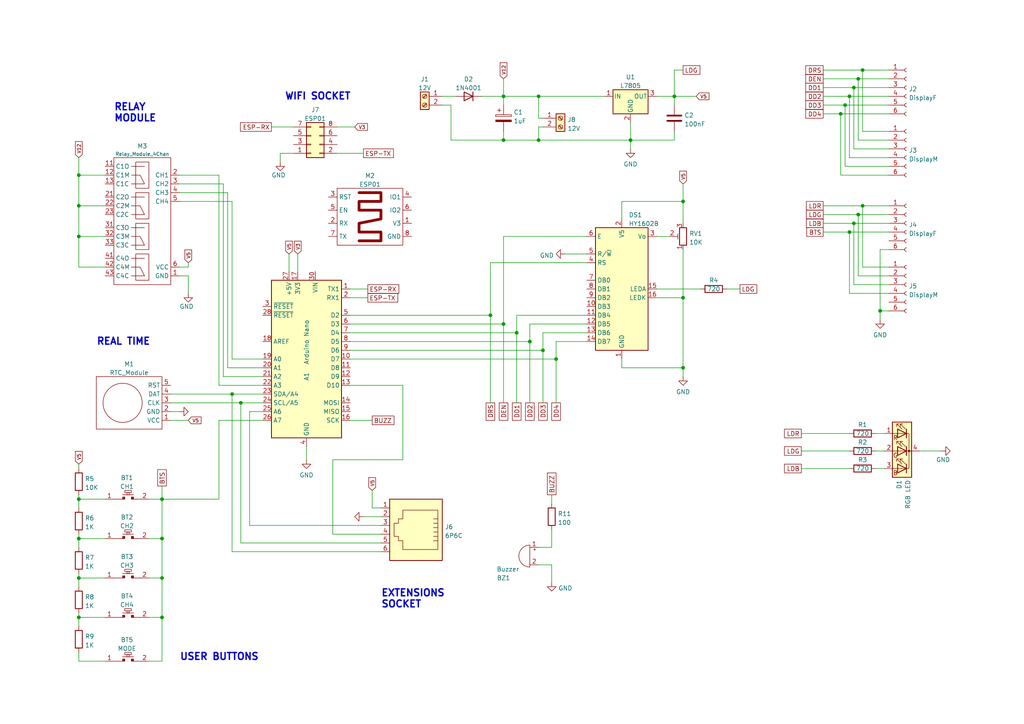
<source format=kicad_sch>
(kicad_sch (version 20211123) (generator eeschema)
  (paper "A4")
  (title_block (title "Gardener") (company "Mavi") (comment 1 "Garden Automation"))
  (lib_symbols
    (symbol "Connector:6P6C" (pin_names (offset 1.016))
      (property "Reference" "J" (at -5.08 11.43 0))
      (property "Value" "6P6C" (at 2.54 11.43 0))
      (symbol "6P6C_0_1"
        (polyline (pts (xy -6.35 -1.905) (xy -5.08 -1.905) (xy -5.08 -1.905)))
        (polyline (pts (xy -6.35 -0.635) (xy -5.08 -0.635) (xy -5.08 -0.635)))
        (polyline (pts (xy -6.35 0.635) (xy -5.08 0.635) (xy -5.08 0.635)))
        (polyline (pts (xy -6.35 1.905) (xy -5.08 1.905) (xy -5.08 1.905)))
        (polyline (pts (xy -6.35 3.175) (xy -5.08 3.175) (xy -5.08 3.175)))
        (polyline (pts (xy -5.08 4.445) (xy -6.35 4.445) (xy -6.35 4.445)))
        (polyline (pts (xy -6.35 -4.445) (xy -6.35 6.985) (xy 3.81 6.985) (xy 3.81 4.445) (xy 5.08 4.445) (xy 5.08 3.175) (xy 6.35 3.175) (xy 6.35 -0.635) (xy 5.08 -0.635) (xy 5.08 -1.905) (xy 3.81 -1.905) (xy 3.81 -4.445) (xy -6.35 -4.445) (xy -6.35 -4.445)))
        (rectangle (start 7.62 10.16) (end -7.62 -7.62) (stroke (width 0.254)) (fill (type background)))
      )
      (symbol "6P6C_1_1"
        (pin passive line (at 10.16 -5.08 180) (length 2.54) (name "~") (number "1"))
        (pin passive line (at 10.16 -2.54 180) (length 2.54) (name "~") (number "2"))
        (pin passive line (at 10.16 0 180) (length 2.54) (name "~") (number "3"))
        (pin passive line (at 10.16 2.54 180) (length 2.54) (name "~") (number "4"))
        (pin passive line (at 10.16 5.08 180) (length 2.54) (name "~") (number "5"))
        (pin passive line (at 10.16 7.62 180) (length 2.54) (name "~") (number "6"))
      )
    )
    (symbol "Connector:Conn_01x06_Female" (pin_names (offset 1.016) hide)
      (property "Reference" "J" (at 0 7.62 0))
      (property "Value" "Conn_01x06_Female" (at 0 -10.16 0))
      (symbol "Conn_01x06_Female_1_1"
        (arc (start 0 -7.112) (mid -0.508 -7.62) (end 0 -8.128) (stroke (width 0.1524)))
        (arc (start 0 -4.572) (mid -0.508 -5.08) (end 0 -5.588) (stroke (width 0.1524)))
        (arc (start 0 -2.032) (mid -0.508 -2.54) (end 0 -3.048) (stroke (width 0.1524)))
        (polyline (pts (xy -1.27 -7.62) (xy -0.508 -7.62)) (stroke (width 0.1524)))
        (polyline (pts (xy -1.27 -5.08) (xy -0.508 -5.08)) (stroke (width 0.1524)))
        (polyline (pts (xy -1.27 -2.54) (xy -0.508 -2.54)) (stroke (width 0.1524)))
        (polyline (pts (xy -1.27 0) (xy -0.508 0)) (stroke (width 0.1524)))
        (polyline (pts (xy -1.27 2.54) (xy -0.508 2.54)) (stroke (width 0.1524)))
        (polyline (pts (xy -1.27 5.08) (xy -0.508 5.08)) (stroke (width 0.1524)))
        (arc (start 0 0.508) (mid -0.508 0) (end 0 -0.508) (stroke (width 0.1524)))
        (arc (start 0 3.048) (mid -0.508 2.54) (end 0 2.032) (stroke (width 0.1524)))
        (arc (start 0 5.588) (mid -0.508 5.08) (end 0 4.572) (stroke (width 0.1524)))
        (pin passive line (at -5.08 5.08 0) (length 3.81) (name "Pin_1") (number "1"))
        (pin passive line (at -5.08 2.54 0) (length 3.81) (name "Pin_2") (number "2"))
        (pin passive line (at -5.08 0 0) (length 3.81) (name "Pin_3") (number "3"))
        (pin passive line (at -5.08 -2.54 0) (length 3.81) (name "Pin_4") (number "4"))
        (pin passive line (at -5.08 -5.08 0) (length 3.81) (name "Pin_5") (number "5"))
        (pin passive line (at -5.08 -7.62 0) (length 3.81) (name "Pin_6") (number "6"))
      )
    )
    (symbol "Connector:Screw_Terminal_01x02" (pin_names (offset 1.016) hide)
      (property "Reference" "J" (at 0 2.54 0))
      (property "Value" "Screw_Terminal_01x02" (at 0 -5.08 0))
      (symbol "Screw_Terminal_01x02_1_1"
        (rectangle (start -1.27 1.27) (end 1.27 -3.81) (stroke (width 0.254)) (fill (type background)))
        (circle (center 0 -2.54) (radius 0.635) (stroke (width 0.1524)))
        (polyline (pts (xy -0.5334 -2.2098) (xy 0.3302 -3.048)) (stroke (width 0.1524)))
        (polyline (pts (xy -0.5334 0.3302) (xy 0.3302 -0.508)) (stroke (width 0.1524)))
        (polyline (pts (xy -0.3556 -2.032) (xy 0.508 -2.8702)) (stroke (width 0.1524)))
        (polyline (pts (xy -0.3556 0.508) (xy 0.508 -0.3302)) (stroke (width 0.1524)))
        (circle (center 0 0) (radius 0.635) (stroke (width 0.1524)))
        (pin passive line (at -5.08 0 0) (length 3.81) (name "Pin_1") (number "1"))
        (pin passive line (at -5.08 -2.54 0) (length 3.81) (name "Pin_2") (number "2"))
      )
    )
    (symbol "Connector_Generic:Conn_02x04_Odd_Even" (pin_names (offset 1.016) hide)
      (property "Reference" "J" (at 1.27 5.08 0))
      (property "Value" "Conn_02x04_Odd_Even" (at 1.27 -7.62 0))
      (symbol "Conn_02x04_Odd_Even_1_1"
        (rectangle (start -1.27 -4.953) (end 0 -5.207) (stroke (width 0.1524)))
        (rectangle (start -1.27 -2.413) (end 0 -2.667) (stroke (width 0.1524)))
        (rectangle (start -1.27 0.127) (end 0 -0.127) (stroke (width 0.1524)))
        (rectangle (start -1.27 2.667) (end 0 2.413) (stroke (width 0.1524)))
        (rectangle (start -1.27 3.81) (end 3.81 -6.35) (stroke (width 0.254)) (fill (type background)))
        (rectangle (start 3.81 -4.953) (end 2.54 -5.207) (stroke (width 0.1524)))
        (rectangle (start 3.81 -2.413) (end 2.54 -2.667) (stroke (width 0.1524)))
        (rectangle (start 3.81 0.127) (end 2.54 -0.127) (stroke (width 0.1524)))
        (rectangle (start 3.81 2.667) (end 2.54 2.413) (stroke (width 0.1524)))
        (pin passive line (at -5.08 2.54 0) (length 3.81) (name "Pin_1") (number "1"))
        (pin passive line (at 7.62 2.54 180) (length 3.81) (name "Pin_2") (number "2"))
        (pin passive line (at -5.08 0 0) (length 3.81) (name "Pin_3") (number "3"))
        (pin passive line (at 7.62 0 180) (length 3.81) (name "Pin_4") (number "4"))
        (pin passive line (at -5.08 -2.54 0) (length 3.81) (name "Pin_5") (number "5"))
        (pin passive line (at 7.62 -2.54 180) (length 3.81) (name "Pin_6") (number "6"))
        (pin passive line (at -5.08 -5.08 0) (length 3.81) (name "Pin_7") (number "7"))
        (pin passive line (at 7.62 -5.08 180) (length 3.81) (name "Pin_8") (number "8"))
      )
    )
    (symbol "Device:Buzzer" (pin_names (offset 0.0254) hide)
      (property "Reference" "BZ" (at 3.81 1.27 0))
      (property "Value" "Buzzer" (at 3.81 -1.27 0))
      (symbol "Buzzer_0_1"
        (arc (start 0 -3.175) (mid 3.175 0) (end 0 3.175))
        (polyline (pts (xy -1.651 1.905) (xy -1.143 1.905)))
        (polyline (pts (xy -1.397 2.159) (xy -1.397 1.651)))
        (polyline (pts (xy 0 3.175) (xy 0 -3.175)))
      )
      (symbol "Buzzer_1_1"
        (pin passive line (at -2.54 2.54 0) (length 2.54) (name "-") (number "1"))
        (pin passive line (at -2.54 -2.54 0) (length 2.54) (name "+") (number "2"))
      )
    )
    (symbol "Device:C" (pin_numbers hide) (pin_names (offset 0.254))
      (property "Reference" "C" (at 0.635 2.54 0))
      (property "Value" "C" (at 0.635 -2.54 0))
      (symbol "C_0_1"
        (polyline (pts (xy -2.032 -0.762) (xy 2.032 -0.762)) (stroke (width 0.508)))
        (polyline (pts (xy -2.032 0.762) (xy 2.032 0.762)) (stroke (width 0.508)))
      )
      (symbol "C_1_1"
        (pin passive line (at 0 3.81 270) (length 2.794) (name "~") (number "1"))
        (pin passive line (at 0 -3.81 90) (length 2.794) (name "~") (number "2"))
      )
    )
    (symbol "Device:C_Polarized" (pin_numbers hide) (pin_names (offset 0.254))
      (property "Reference" "C" (at 0.635 2.54 0))
      (property "Value" "C_Polarized" (at 0.635 -2.54 0))
      (symbol "C_Polarized_0_1"
        (rectangle (start -2.286 0.508) (end 2.286 1.016))
        (polyline (pts (xy -1.778 2.286) (xy -0.762 2.286)))
        (polyline (pts (xy -1.27 2.794) (xy -1.27 1.778)))
        (rectangle (start 2.286 -0.508) (end -2.286 -1.016) (fill (type outline)))
      )
      (symbol "C_Polarized_1_1"
        (pin passive line (at 0 3.81 270) (length 2.794) (name "~") (number "1"))
        (pin passive line (at 0 -3.81 90) (length 2.794) (name "~") (number "2"))
      )
    )
    (symbol "Device:LED_RGBK" (pin_names (offset 0) hide)
      (property "Reference" "D" (at 0 9.398 0))
      (property "Value" "LED_RGBK" (at 0 -8.89 0))
      (symbol "LED_RGBK_0_0"
        (text "B" (at 1.905 -6.35 0) (effects (font (size 1.27 1.27))))
        (text "G" (at 1.905 -1.27 0) (effects (font (size 1.27 1.27))))
        (text "R" (at 1.905 3.81 0) (effects (font (size 1.27 1.27))))
      )
      (symbol "LED_RGBK_0_1"
        (circle (center -2.032 0) (radius 0.254) (fill (type outline)))
        (polyline (pts (xy -1.27 -5.08) (xy 1.27 -5.08)))
        (polyline (pts (xy -1.27 -3.81) (xy -1.27 -6.35)) (stroke (width 0.254)))
        (polyline (pts (xy -1.27 0) (xy -2.54 0)))
        (polyline (pts (xy -1.27 1.27) (xy -1.27 -1.27)) (stroke (width 0.254)))
        (polyline (pts (xy -1.27 5.08) (xy 1.27 5.08)))
        (polyline (pts (xy -1.27 6.35) (xy -1.27 3.81)) (stroke (width 0.254)))
        (polyline (pts (xy 1.27 -5.08) (xy 2.54 -5.08)))
        (polyline (pts (xy 1.27 0) (xy -1.27 0)))
        (polyline (pts (xy 1.27 0) (xy 2.54 0)))
        (polyline (pts (xy 1.27 5.08) (xy 2.54 5.08)))
        (polyline (pts (xy -1.27 1.27) (xy -1.27 -1.27) (xy -1.27 -1.27)))
        (polyline (pts (xy -1.27 6.35) (xy -1.27 3.81) (xy -1.27 3.81)))
        (polyline (pts (xy -1.27 5.08) (xy -2.032 5.08) (xy -2.032 -5.08) (xy -1.016 -5.08)))
        (polyline (pts (xy 1.27 -3.81) (xy 1.27 -6.35) (xy -1.27 -5.08) (xy 1.27 -3.81)) (stroke (width 0.254)))
        (polyline (pts (xy 1.27 1.27) (xy 1.27 -1.27) (xy -1.27 0) (xy 1.27 1.27)) (stroke (width 0.254)))
        (polyline (pts (xy 1.27 6.35) (xy 1.27 3.81) (xy -1.27 5.08) (xy 1.27 6.35)) (stroke (width 0.254)))
        (polyline (pts (xy -1.016 -3.81) (xy 0.508 -2.286) (xy -0.254 -2.286) (xy 0.508 -2.286) (xy 0.508 -3.048)))
        (polyline (pts (xy -1.016 1.27) (xy 0.508 2.794) (xy -0.254 2.794) (xy 0.508 2.794) (xy 0.508 2.032)))
        (polyline (pts (xy -1.016 6.35) (xy 0.508 7.874) (xy -0.254 7.874) (xy 0.508 7.874) (xy 0.508 7.112)))
        (polyline (pts (xy 0 -3.81) (xy 1.524 -2.286) (xy 0.762 -2.286) (xy 1.524 -2.286) (xy 1.524 -3.048)))
        (polyline (pts (xy 0 1.27) (xy 1.524 2.794) (xy 0.762 2.794) (xy 1.524 2.794) (xy 1.524 2.032)))
        (polyline (pts (xy 0 6.35) (xy 1.524 7.874) (xy 0.762 7.874) (xy 1.524 7.874) (xy 1.524 7.112)))
        (rectangle (start 1.27 -1.27) (end 1.27 1.27))
        (rectangle (start 1.27 1.27) (end 1.27 1.27))
        (rectangle (start 1.27 3.81) (end 1.27 6.35))
        (rectangle (start 1.27 6.35) (end 1.27 6.35))
        (rectangle (start 2.794 8.382) (end -2.794 -7.62) (stroke (width 0.254)) (fill (type background)))
      )
      (symbol "LED_RGBK_1_1"
        (pin passive line (at 5.08 5.08 180) (length 2.54) (name "RA") (number "1"))
        (pin passive line (at 5.08 0 180) (length 2.54) (name "GA") (number "2"))
        (pin passive line (at 5.08 -5.08 180) (length 2.54) (name "BA") (number "3"))
        (pin passive line (at -5.08 0 0) (length 2.54) (name "K") (number "4"))
      )
    )
    (symbol "Device:R" (pin_numbers hide) (pin_names (offset 0))
      (property "Reference" "R" (at 2.032 0 90))
      (property "Value" "R" (at 0 0 90))
      (symbol "R_0_1"
        (rectangle (start -1.016 -2.54) (end 1.016 2.54) (stroke (width 0.254)))
      )
      (symbol "R_1_1"
        (pin passive line (at 0 3.81 270) (length 1.27) (name "~") (number "1"))
        (pin passive line (at 0 -3.81 90) (length 1.27) (name "~") (number "2"))
      )
    )
    (symbol "Device:R_Potentiometer_Trim" (pin_names (offset 1.016) hide)
      (property "Reference" "RV" (at -4.445 0 90))
      (property "Value" "R_Potentiometer_Trim" (at -2.54 0 90))
      (symbol "R_Potentiometer_Trim_0_1"
        (polyline (pts (xy 1.524 0.762) (xy 1.524 -0.762)))
        (polyline (pts (xy 2.54 0) (xy 1.524 0)))
        (rectangle (start 1.016 2.54) (end -1.016 -2.54) (stroke (width 0.254)))
      )
      (symbol "R_Potentiometer_Trim_1_1"
        (pin passive line (at 0 3.81 270) (length 1.27) (name "1") (number "1"))
        (pin passive line (at 3.81 0 180) (length 1.27) (name "2") (number "2"))
        (pin passive line (at 0 -3.81 90) (length 1.27) (name "3") (number "3"))
      )
    )
    (symbol "Diode:1N4001" (pin_numbers hide) (pin_names hide)
      (property "Reference" "D" (at 0 2.54 0))
      (property "Value" "1N4001" (at 0 -2.54 0))
      (symbol "1N4001_0_1"
        (polyline (pts (xy -1.27 1.27) (xy -1.27 -1.27)) (stroke (width 0.254)))
        (polyline (pts (xy 1.27 0) (xy -1.27 0)))
        (polyline (pts (xy 1.27 1.27) (xy 1.27 -1.27) (xy -1.27 0) (xy 1.27 1.27)) (stroke (width 0.254)))
      )
      (symbol "1N4001_1_1"
        (pin passive line (at -3.81 0 0) (length 2.54) (name "K") (number "1"))
        (pin passive line (at 3.81 0 180) (length 2.54) (name "A") (number "2"))
      )
    )
    (symbol "ESP01_Module_1"
      (property "Reference" "M" (at 8.89 1.27 0))
      (property "Value" "ESP01_Module_1" (at 10.16 -17.78 0))
      (symbol "ESP01_Module_1_0_1"
        (polyline (pts (xy 6.35 -15.24) (xy 12.7 -15.24) (xy 12.7 -12.7) (xy 6.35 -12.7) (xy 6.35 -10.16) (xy 12.7 -8.89) (xy 12.7 -6.35) (xy 6.35 -6.35) (xy 6.35 -3.81) (xy 12.7 -3.81) (xy 12.7 -1.27) (xy 6.35 -1.27)) (stroke (width 0.8)))
        (rectangle (start 0 0) (end 19.05 -16.51) (stroke (width 0.1524)))
      )
      (symbol "ESP01_Module_1_1_1"
        (pin power_in line (at 21.59 -10.16 180) (length 2.54) (name "V3") (number "1"))
        (pin input line (at -2.54 -10.16 0) (length 2.54) (name "RX") (number "2"))
        (pin passive line (at -2.54 -2.54 0) (length 2.54) (name "RST") (number "3"))
        (pin bidirectional line (at 21.59 -2.54 180) (length 2.54) (name "IO1") (number "4"))
        (pin passive line (at -2.54 -6.35 0) (length 2.54) (name "EN") (number "5"))
        (pin bidirectional line (at 21.59 -6.35 180) (length 2.54) (name "IO2") (number "6"))
        (pin output line (at -2.54 -13.97 0) (length 2.54) (name "TX") (number "7"))
        (pin power_in line (at 21.59 -13.97 180) (length 2.54) (name "GND") (number "8"))
      )
    )
    (symbol "MCU_Module:Arduino_Nano_Every"
      (property "Reference" "A" (at -10.16 23.495 0))
      (property "Value" "Arduino_Nano_Every" (at 5.08 -24.13 0))
      (symbol "Arduino_Nano_Every_0_1"
        (rectangle (start -10.16 22.86) (end 10.16 -22.86) (stroke (width 0.254)) (fill (type background)))
      )
      (symbol "Arduino_Nano_Every_1_1"
        (pin bidirectional line (at -12.7 20.32 0) (length 2.54) (name "TX1") (number "1"))
        (pin bidirectional line (at -12.7 0 0) (length 2.54) (name "D7") (number "10"))
        (pin bidirectional line (at -12.7 -2.54 0) (length 2.54) (name "D8") (number "11"))
        (pin bidirectional line (at -12.7 -5.08 0) (length 2.54) (name "D9") (number "12"))
        (pin bidirectional line (at -12.7 -7.62 0) (length 2.54) (name "D10") (number "13"))
        (pin bidirectional line (at -12.7 -12.7 0) (length 2.54) (name "MOSI") (number "14"))
        (pin bidirectional line (at -12.7 -15.24 0) (length 2.54) (name "MISO") (number "15"))
        (pin bidirectional line (at -12.7 -17.78 0) (length 2.54) (name "SCK") (number "16"))
        (pin power_out line (at 2.54 25.4 270) (length 2.54) (name "3V3") (number "17"))
        (pin input line (at 12.7 5.08 180) (length 2.54) (name "AREF") (number "18"))
        (pin bidirectional line (at 12.7 0 180) (length 2.54) (name "A0") (number "19"))
        (pin bidirectional line (at -12.7 17.78 0) (length 2.54) (name "RX1") (number "2"))
        (pin bidirectional line (at 12.7 -2.54 180) (length 2.54) (name "A1") (number "20"))
        (pin bidirectional line (at 12.7 -5.08 180) (length 2.54) (name "A2") (number "21"))
        (pin bidirectional line (at 12.7 -7.62 180) (length 2.54) (name "A3") (number "22"))
        (pin bidirectional line (at 12.7 -10.16 180) (length 2.54) (name "SDA/A4") (number "23"))
        (pin bidirectional line (at 12.7 -12.7 180) (length 2.54) (name "SCL/A5") (number "24"))
        (pin bidirectional line (at 12.7 -15.24 180) (length 2.54) (name "A6") (number "25"))
        (pin bidirectional line (at 12.7 -17.78 180) (length 2.54) (name "A7") (number "26"))
        (pin power_out line (at 5.08 25.4 270) (length 2.54) (name "+5V") (number "27"))
        (pin input line (at 12.7 12.7 180) (length 2.54) (name "~{RESET}") (number "28"))
        (pin passive line (at 0 -25.4 90) (length 2.54) hide (name "GND") (number "29"))
        (pin input line (at 12.7 15.24 180) (length 2.54) (name "~{RESET}") (number "3"))
        (pin power_in line (at -2.54 25.4 270) (length 2.54) (name "VIN") (number "30"))
        (pin power_in line (at 0 -25.4 90) (length 2.54) (name "GND") (number "4"))
        (pin bidirectional line (at -12.7 12.7 0) (length 2.54) (name "D2") (number "5"))
        (pin bidirectional line (at -12.7 10.16 0) (length 2.54) (name "D3") (number "6"))
        (pin bidirectional line (at -12.7 7.62 0) (length 2.54) (name "D4") (number "7"))
        (pin bidirectional line (at -12.7 5.08 0) (length 2.54) (name "D5") (number "8"))
        (pin bidirectional line (at -12.7 2.54 0) (length 2.54) (name "D6") (number "9"))
      )
    )
    (symbol "Regulator_Linear:L7805" (pin_names (offset 0.254))
      (property "Reference" "U" (at -3.81 3.175 0))
      (property "Value" "L7805" (at 0 3.175 0))
      (symbol "L7805_0_1"
        (rectangle (start -5.08 1.905) (end 5.08 -5.08) (stroke (width 0.254)) (fill (type background)))
      )
      (symbol "L7805_1_1"
        (pin power_in line (at -7.62 0 0) (length 2.54) (name "IN") (number "1"))
        (pin power_in line (at 0 -7.62 90) (length 2.54) (name "GND") (number "2"))
        (pin power_out line (at 7.62 0 180) (length 2.54) (name "OUT") (number "3"))
      )
    )
    (symbol "pica:HY1602B"
      (property "Reference" "DS" (at 2.54 22.86 0))
      (property "Value" "HY1602B" (at 2.54 20.32 0))
      (symbol "HY1602B_0_1"
        (rectangle (start -7.62 17.78) (end 7.62 -17.78) (stroke (width 0.254)) (fill (type background)))
      )
      (symbol "HY1602B_1_1"
        (pin power_in line (at 0 -20.32 90) (length 2.54) (name "GND") (number "1"))
        (pin bidirectional line (at -10.16 -5.08 0) (length 2.54) (name "DB3") (number "10"))
        (pin bidirectional line (at -10.16 -7.62 0) (length 2.54) (name "DB4") (number "11"))
        (pin bidirectional line (at -10.16 -10.16 0) (length 2.54) (name "DB5") (number "12"))
        (pin bidirectional line (at -10.16 -12.7 0) (length 2.54) (name "DB6") (number "13"))
        (pin bidirectional line (at -10.16 -15.24 0) (length 2.54) (name "DB7") (number "14"))
        (pin passive line (at 10.16 0 180) (length 2.54) (name "LEDA") (number "15"))
        (pin passive line (at 10.16 -2.54 180) (length 2.54) (name "LEDK") (number "16"))
        (pin power_in line (at 0 20.32 270) (length 2.54) (name "V5") (number "2"))
        (pin input line (at 10.16 15.24 180) (length 2.54) (name "Vo") (number "3"))
        (pin input line (at -10.16 7.62 0) (length 2.54) (name "RS") (number "4"))
        (pin input line (at -10.16 10.16 0) (length 2.54) (name "R/~{W}") (number "5"))
        (pin input line (at -10.16 15.24 0) (length 2.54) (name "E") (number "6"))
        (pin bidirectional line (at -10.16 2.54 0) (length 2.54) (name "DB0") (number "7"))
        (pin bidirectional line (at -10.16 0 0) (length 2.54) (name "DB1") (number "8"))
        (pin bidirectional line (at -10.16 -2.54 0) (length 2.54) (name "DB2") (number "9"))
      )
    )
    (symbol "pica:RTC_Module"
      (property "Reference" "M" (at 7.62 1.27 0))
      (property "Value" "RTC_Module" (at 7.62 -16.51 0))
      (symbol "RTC_Module_0_1"
        (rectangle (start 0 0) (end 19.05 -15.24) (stroke (width 0.1524)))
        (circle (center 11.43 -7.62) (radius 5.6796) (stroke (width 0.1524)))
      )
      (symbol "RTC_Module_1_1"
        (pin power_in line (at -2.54 -2.54 0) (length 2.54) (name "VCC") (number "1"))
        (pin power_in line (at -2.54 -5.08 0) (length 2.54) (name "GND") (number "2"))
        (pin output line (at -2.54 -7.62 0) (length 2.54) (name "CLK") (number "3"))
        (pin bidirectional line (at -2.54 -10.16 0) (length 2.54) (name "DAT") (number "4"))
        (pin passive line (at -2.54 -12.7 0) (length 2.54) (name "RST") (number "5"))
      )
    )
    (symbol "pica:Relay_Module_4Chan"
      (property "Reference" "M" (at 8.89 1.27 0))
      (property "Value" "Relay_Module_4Chan" (at 8.89 -38.1 0))
      (symbol "Relay_Module_4Chan_0_1"
        (polyline (pts (xy 7.62 -34.29) (xy 11.43 -34.29)) (stroke (width 0.1524)))
        (polyline (pts (xy 7.62 -29.21) (xy 11.43 -29.21)) (stroke (width 0.1524)))
        (polyline (pts (xy 7.62 -25.4) (xy 11.43 -25.4)) (stroke (width 0.1524)))
        (polyline (pts (xy 7.62 -20.32) (xy 11.43 -20.32)) (stroke (width 0.1524)))
        (polyline (pts (xy 7.62 -16.51) (xy 11.43 -16.51)) (stroke (width 0.1524)))
        (polyline (pts (xy 7.62 -11.43) (xy 11.43 -11.43)) (stroke (width 0.1524)))
        (polyline (pts (xy 7.62 -7.62) (xy 11.43 -7.62)) (stroke (width 0.1524)))
        (polyline (pts (xy 7.62 -2.54) (xy 11.43 -2.54)) (stroke (width 0.1524)))
        (polyline (pts (xy 11.43 -31.75) (xy 8.89 -31.75) (xy 7.62 -34.29)) (stroke (width 0.1524)))
        (polyline (pts (xy 11.43 -22.86) (xy 8.89 -22.86) (xy 7.62 -25.4)) (stroke (width 0.1524)))
        (polyline (pts (xy 11.43 -13.97) (xy 8.89 -13.97) (xy 7.62 -16.51)) (stroke (width 0.1524)))
        (polyline (pts (xy 11.43 -5.08) (xy 8.89 -5.08) (xy 7.62 -7.62)) (stroke (width 0.1524)))
        (rectangle (start 0 0) (end 16.51 -36.83) (stroke (width 0.1524)))
        (rectangle (start 6.35 -27.94) (end 10.16 -35.56) (stroke (width 0.1524)))
        (rectangle (start 6.35 -19.05) (end 10.16 -26.67) (stroke (width 0.1524)))
        (rectangle (start 6.35 -10.16) (end 10.16 -17.78) (stroke (width 0.1524)))
        (rectangle (start 6.35 -1.27) (end 10.16 -8.89) (stroke (width 0.1524)))
      )
      (symbol "Relay_Module_4Chan_1_1"
        (pin power_in line (at -2.54 -34.29 0) (length 2.54) (name "GND") (number "1"))
        (pin power_out line (at 19.05 -2.54 180) (length 2.54) (name "C1O") (number "11"))
        (pin power_in line (at 19.05 -5.08 180) (length 2.54) (name "C1M") (number "12"))
        (pin power_out line (at 19.05 -7.62 180) (length 2.54) (name "C1C") (number "13"))
        (pin input line (at -2.54 -5.08 0) (length 2.54) (name "CH1") (number "2"))
        (pin power_out line (at 19.05 -11.43 180) (length 2.54) (name "C2O") (number "21"))
        (pin power_in line (at 19.05 -13.97 180) (length 2.54) (name "C2M") (number "22"))
        (pin power_out line (at 19.05 -16.51 180) (length 2.54) (name "C2C") (number "23"))
        (pin input line (at -2.54 -7.62 0) (length 2.54) (name "CH2") (number "3"))
        (pin power_out line (at 19.05 -20.32 180) (length 2.54) (name "C3O") (number "31"))
        (pin power_in line (at 19.05 -22.86 180) (length 2.54) (name "C3M") (number "32"))
        (pin power_out line (at 19.05 -25.4 180) (length 2.54) (name "C3C") (number "33"))
        (pin input line (at -2.54 -10.16 0) (length 2.54) (name "CH3") (number "4"))
        (pin power_out line (at 19.05 -29.21 180) (length 2.54) (name "C4O") (number "41"))
        (pin power_in line (at 19.05 -31.75 180) (length 2.54) (name "C4M") (number "42"))
        (pin power_out line (at 19.05 -34.29 180) (length 2.54) (name "C4C") (number "43"))
        (pin input line (at -2.54 -12.7 0) (length 2.54) (name "CH4") (number "5"))
        (pin power_in line (at -2.54 -31.75 0) (length 2.54) (name "VCC") (number "6"))
      )
    )
    (symbol "pica:Tactile_12_SPST"
      (property "Reference" "BT" (at 0 0 0))
      (property "Value" "Tactile_12_SPST" (at 0.635 -5.715 0))
      (symbol "Tactile_12_SPST_0_1"
        (rectangle (start -1.27 -3.81) (end -0.635 -3.175) (stroke (width 0.1524)) (fill (type outline)))
        (rectangle (start -0.635 -1.27) (end 1.27 -1.905) (stroke (width 0.1524)))
        (rectangle (start 0 -1.905) (end 0.635 -2.54) (stroke (width 0.1524)))
        (polyline (pts (xy -3.81 -3.81) (xy -1.27 -3.81)) (stroke (width 0.1524)))
        (polyline (pts (xy -1.27 -2.54) (xy 1.905 -2.54)) (stroke (width 0.1524)))
        (polyline (pts (xy 1.27 -3.81) (xy 3.81 -3.81)) (stroke (width 0.1524)))
        (rectangle (start 1.27 -3.175) (end 1.905 -3.81) (stroke (width 0.1524)) (fill (type outline)))
      )
      (symbol "Tactile_12_SPST_1_1"
        (pin passive line (at -6.35 -3.81 0) (length 2.54) (name "") (number "1"))
        (pin passive line (at 6.35 -3.81 180) (length 2.54) (name "") (number "2"))
      )
    )
    (symbol "power:GND" (power) (pin_names (offset 0))
      (property "Value" "GND" (at 0 -3.81 0))
      (symbol "GND_0_1"
        (polyline (pts (xy 0 0) (xy 0 -1.27) (xy 1.27 -1.27) (xy 0 -2.54) (xy -1.27 -1.27) (xy 0 -1.27)))
      )
      (symbol "GND_1_1"
        (pin power_in line (at 0 0 270) (length 0) hide (name "GND") (number "1"))
      )
    )
  )
  (junction (at 247.65 25.4))
  (junction (at 195.58 27.94))
  (junction (at 198.12 86.36))
  (junction (at 22.86 179.07))
  (junction (at 149.86 96.52))
  (junction (at 250.19 20.32))
  (junction (at 46.99 179.07))
  (junction (at 198.12 106.68))
  (junction (at 248.92 62.23))
  (junction (at 69.85 116.84))
  (junction (at 22.86 50.8))
  (junction (at 182.88 40.64))
  (junction (at 22.86 167.64))
  (junction (at 198.12 58.42))
  (junction (at 67.31 114.3))
  (junction (at 22.86 68.58))
  (junction (at 46.99 167.64))
  (junction (at 245.11 30.48))
  (junction (at 248.92 22.86))
  (junction (at 46.99 144.78))
  (junction (at 146.05 27.94))
  (junction (at 161.29 104.14))
  (junction (at 46.99 156.21))
  (junction (at 142.24 91.44))
  (junction (at 250.19 59.69))
  (junction (at 146.05 40.64))
  (junction (at 156.21 40.64))
  (junction (at 247.65 64.77))
  (junction (at 243.84 33.02))
  (junction (at 157.48 101.6))
  (junction (at 153.67 99.06))
  (junction (at 22.86 144.78))
  (junction (at 146.05 93.98))
  (junction (at 156.21 27.94))
  (junction (at 22.86 59.69))
  (junction (at 255.27 90.17))
  (junction (at 246.38 67.31))
  (junction (at 246.38 27.94))
  (junction (at 22.86 156.21))
  (wire (pts (xy 49.53 116.84) (xy 69.85 116.84)))
  (wire (pts (xy 97.79 44.45) (xy 105.41 44.45)))
  (wire (pts (xy 76.2 119.38) (xy 72.39 119.38)))
  (wire (pts (xy 110.49 157.48) (xy 69.85 157.48)))
  (wire (pts (xy 30.48 68.58) (xy 22.86 68.58)))
  (wire (pts (xy 153.67 93.98) (xy 170.18 93.98)))
  (wire (pts (xy 160.02 153.67) (xy 160.02 158.75)))
  (wire (pts (xy 69.85 116.84) (xy 76.2 116.84)))
  (wire (pts (xy 161.29 99.06) (xy 161.29 104.14)))
  (wire (pts (xy 257.81 77.47) (xy 250.19 77.47)))
  (wire (pts (xy 266.7 130.81) (xy 273.05 130.81)))
  (wire (pts (xy 257.81 38.1) (xy 250.19 38.1)))
  (wire (pts (xy 105.41 149.86) (xy 110.49 149.86)))
  (wire (pts (xy 157.48 36.83) (xy 156.21 36.83)))
  (wire (pts (xy 69.85 157.48) (xy 69.85 116.84)))
  (wire (pts (xy 85.09 44.45) (xy 81.28 44.45)))
  (wire (pts (xy 64.77 53.34) (xy 64.77 109.22)))
  (wire (pts (xy 30.48 50.8) (xy 22.86 50.8)))
  (wire (pts (xy 195.58 38.1) (xy 195.58 40.64)))
  (wire (pts (xy 198.12 106.68) (xy 198.12 109.22)))
  (wire (pts (xy 198.12 64.77) (xy 198.12 58.42)))
  (wire (pts (xy 142.24 91.44) (xy 142.24 116.84)))
  (wire (pts (xy 149.86 91.44) (xy 170.18 91.44)))
  (wire (pts (xy 52.07 53.34) (xy 64.77 53.34)))
  (wire (pts (xy 257.81 82.55) (xy 247.65 82.55)))
  (wire (pts (xy 116.84 111.76) (xy 101.6 111.76)))
  (wire (pts (xy 153.67 99.06) (xy 153.67 116.84)))
  (wire (pts (xy 149.86 91.44) (xy 149.86 96.52)))
  (wire (pts (xy 198.12 53.34) (xy 198.12 58.42)))
  (wire (pts (xy 146.05 68.58) (xy 170.18 68.58)))
  (wire (pts (xy 248.92 62.23) (xy 238.76 62.23)))
  (wire (pts (xy 43.18 191.77) (xy 46.99 191.77)))
  (wire (pts (xy 250.19 59.69) (xy 257.81 59.69)))
  (wire (pts (xy 67.31 160.02) (xy 67.31 114.3)))
  (wire (pts (xy 238.76 20.32) (xy 250.19 20.32)))
  (wire (pts (xy 182.88 35.56) (xy 182.88 40.64)))
  (wire (pts (xy 116.84 133.35) (xy 96.52 133.35)))
  (wire (pts (xy 81.28 44.45) (xy 81.28 46.99)))
  (wire (pts (xy 256.54 135.89) (xy 254 135.89)))
  (wire (pts (xy 110.49 152.4) (xy 72.39 152.4)))
  (wire (pts (xy 246.38 67.31) (xy 238.76 67.31)))
  (wire (pts (xy 157.48 101.6) (xy 157.48 116.84)))
  (wire (pts (xy 52.07 77.47) (xy 54.61 77.47)))
  (wire (pts (xy 46.99 167.64) (xy 46.99 179.07)))
  (wire (pts (xy 157.48 96.52) (xy 170.18 96.52)))
  (wire (pts (xy 250.19 77.47) (xy 250.19 59.69)))
  (wire (pts (xy 146.05 93.98) (xy 146.05 116.84)))
  (wire (pts (xy 86.36 73.66) (xy 86.36 78.74)))
  (wire (pts (xy 30.48 156.21) (xy 22.86 156.21)))
  (wire (pts (xy 180.34 106.68) (xy 198.12 106.68)))
  (wire (pts (xy 247.65 25.4) (xy 238.76 25.4)))
  (wire (pts (xy 101.6 86.36) (xy 106.68 86.36)))
  (wire (pts (xy 22.86 77.47) (xy 22.86 68.58)))
  (wire (pts (xy 66.04 106.68) (xy 76.2 106.68)))
  (wire (pts (xy 195.58 30.48) (xy 195.58 27.94)))
  (wire (pts (xy 76.2 121.92) (xy 63.5 121.92)))
  (wire (pts (xy 170.18 99.06) (xy 161.29 99.06)))
  (wire (pts (xy 243.84 33.02) (xy 238.76 33.02)))
  (wire (pts (xy 88.9 129.54) (xy 88.9 133.35)))
  (wire (pts (xy 101.6 93.98) (xy 146.05 93.98)))
  (wire (pts (xy 46.99 156.21) (xy 46.99 167.64)))
  (wire (pts (xy 66.04 106.68) (xy 66.04 55.88)))
  (wire (pts (xy 210.82 83.82) (xy 214.63 83.82)))
  (wire (pts (xy 156.21 27.94) (xy 175.26 27.94)))
  (wire (pts (xy 43.18 179.07) (xy 46.99 179.07)))
  (wire (pts (xy 160.02 143.51) (xy 160.02 146.05)))
  (wire (pts (xy 247.65 64.77) (xy 238.76 64.77)))
  (wire (pts (xy 257.81 33.02) (xy 243.84 33.02)))
  (wire (pts (xy 46.99 144.78) (xy 46.99 156.21)))
  (wire (pts (xy 30.48 77.47) (xy 22.86 77.47)))
  (wire (pts (xy 101.6 96.52) (xy 149.86 96.52)))
  (wire (pts (xy 198.12 86.36) (xy 198.12 106.68)))
  (wire (pts (xy 96.52 133.35) (xy 96.52 154.94)))
  (wire (pts (xy 78.74 36.83) (xy 85.09 36.83)))
  (wire (pts (xy 76.2 111.76) (xy 63.5 111.76)))
  (wire (pts (xy 30.48 191.77) (xy 22.86 191.77)))
  (wire (pts (xy 255.27 92.71) (xy 255.27 90.17)))
  (wire (pts (xy 256.54 125.73) (xy 254 125.73)))
  (wire (pts (xy 257.81 48.26) (xy 245.11 48.26)))
  (wire (pts (xy 101.6 91.44) (xy 142.24 91.44)))
  (wire (pts (xy 22.86 166.37) (xy 22.86 167.64)))
  (wire (pts (xy 52.07 80.01) (xy 54.61 80.01)))
  (wire (pts (xy 101.6 104.14) (xy 161.29 104.14)))
  (wire (pts (xy 153.67 93.98) (xy 153.67 99.06)))
  (wire (pts (xy 248.92 80.01) (xy 248.92 62.23)))
  (wire (pts (xy 198.12 58.42) (xy 180.34 58.42)))
  (wire (pts (xy 49.53 121.92) (xy 54.61 121.92)))
  (wire (pts (xy 248.92 40.64) (xy 248.92 22.86)))
  (wire (pts (xy 257.81 50.8) (xy 243.84 50.8)))
  (wire (pts (xy 257.81 25.4) (xy 247.65 25.4)))
  (wire (pts (xy 257.81 67.31) (xy 246.38 67.31)))
  (wire (pts (xy 190.5 27.94) (xy 195.58 27.94)))
  (wire (pts (xy 66.04 55.88) (xy 52.07 55.88)))
  (wire (pts (xy 257.81 40.64) (xy 248.92 40.64)))
  (wire (pts (xy 257.81 27.94) (xy 246.38 27.94)))
  (wire (pts (xy 195.58 20.32) (xy 195.58 27.94)))
  (wire (pts (xy 67.31 104.14) (xy 76.2 104.14)))
  (wire (pts (xy 22.86 179.07) (xy 22.86 181.61)))
  (wire (pts (xy 246.38 45.72) (xy 246.38 27.94)))
  (wire (pts (xy 246.38 85.09) (xy 246.38 67.31)))
  (wire (pts (xy 250.19 20.32) (xy 257.81 20.32)))
  (wire (pts (xy 256.54 130.81) (xy 254 130.81)))
  (wire (pts (xy 52.07 58.42) (xy 67.31 58.42)))
  (wire (pts (xy 190.5 86.36) (xy 198.12 86.36)))
  (wire (pts (xy 101.6 101.6) (xy 157.48 101.6)))
  (wire (pts (xy 198.12 72.39) (xy 198.12 86.36)))
  (wire (pts (xy 22.86 68.58) (xy 22.86 59.69)))
  (wire (pts (xy 156.21 40.64) (xy 146.05 40.64)))
  (wire (pts (xy 146.05 40.64) (xy 146.05 38.1)))
  (wire (pts (xy 247.65 43.18) (xy 247.65 25.4)))
  (wire (pts (xy 101.6 99.06) (xy 153.67 99.06)))
  (wire (pts (xy 247.65 82.55) (xy 247.65 64.77)))
  (wire (pts (xy 245.11 30.48) (xy 238.76 30.48)))
  (wire (pts (xy 63.5 111.76) (xy 63.5 50.8)))
  (wire (pts (xy 146.05 68.58) (xy 146.05 93.98)))
  (wire (pts (xy 257.81 90.17) (xy 255.27 90.17)))
  (wire (pts (xy 257.81 62.23) (xy 248.92 62.23)))
  (wire (pts (xy 22.86 143.51) (xy 22.86 144.78)))
  (wire (pts (xy 22.86 177.8) (xy 22.86 179.07)))
  (wire (pts (xy 83.82 78.74) (xy 83.82 73.66)))
  (wire (pts (xy 190.5 68.58) (xy 194.31 68.58)))
  (wire (pts (xy 180.34 58.42) (xy 180.34 63.5)))
  (wire (pts (xy 63.5 144.78) (xy 46.99 144.78)))
  (wire (pts (xy 67.31 58.42) (xy 67.31 104.14)))
  (wire (pts (xy 257.81 85.09) (xy 246.38 85.09)))
  (wire (pts (xy 64.77 109.22) (xy 76.2 109.22)))
  (wire (pts (xy 43.18 156.21) (xy 46.99 156.21)))
  (wire (pts (xy 49.53 114.3) (xy 67.31 114.3)))
  (wire (pts (xy 160.02 163.83) (xy 160.02 168.91)))
  (wire (pts (xy 180.34 104.14) (xy 180.34 106.68)))
  (wire (pts (xy 161.29 104.14) (xy 161.29 116.84)))
  (wire (pts (xy 101.6 83.82) (xy 106.68 83.82)))
  (wire (pts (xy 30.48 179.07) (xy 22.86 179.07)))
  (wire (pts (xy 232.41 130.81) (xy 246.38 130.81)))
  (wire (pts (xy 22.86 45.72) (xy 22.86 50.8)))
  (wire (pts (xy 195.58 27.94) (xy 201.93 27.94)))
  (wire (pts (xy 63.5 121.92) (xy 63.5 144.78)))
  (wire (pts (xy 107.95 147.32) (xy 107.95 142.24)))
  (wire (pts (xy 257.81 80.01) (xy 248.92 80.01)))
  (wire (pts (xy 22.86 135.89) (xy 22.86 134.62)))
  (wire (pts (xy 130.81 40.64) (xy 146.05 40.64)))
  (wire (pts (xy 97.79 36.83) (xy 102.87 36.83)))
  (wire (pts (xy 182.88 40.64) (xy 156.21 40.64)))
  (wire (pts (xy 116.84 133.35) (xy 116.84 111.76)))
  (wire (pts (xy 63.5 50.8) (xy 52.07 50.8)))
  (wire (pts (xy 243.84 50.8) (xy 243.84 33.02)))
  (wire (pts (xy 30.48 167.64) (xy 22.86 167.64)))
  (wire (pts (xy 255.27 72.39) (xy 255.27 90.17)))
  (wire (pts (xy 67.31 114.3) (xy 76.2 114.3)))
  (wire (pts (xy 72.39 119.38) (xy 72.39 152.4)))
  (wire (pts (xy 110.49 154.94) (xy 96.52 154.94)))
  (wire (pts (xy 190.5 83.82) (xy 203.2 83.82)))
  (wire (pts (xy 182.88 40.64) (xy 182.88 43.18)))
  (wire (pts (xy 157.48 96.52) (xy 157.48 101.6)))
  (wire (pts (xy 22.86 154.94) (xy 22.86 156.21)))
  (wire (pts (xy 22.86 167.64) (xy 22.86 170.18)))
  (wire (pts (xy 198.12 20.32) (xy 195.58 20.32)))
  (wire (pts (xy 54.61 80.01) (xy 54.61 85.09)))
  (wire (pts (xy 149.86 96.52) (xy 149.86 116.84)))
  (wire (pts (xy 257.81 72.39) (xy 255.27 72.39)))
  (wire (pts (xy 232.41 135.89) (xy 246.38 135.89)))
  (wire (pts (xy 195.58 40.64) (xy 182.88 40.64)))
  (wire (pts (xy 232.41 125.73) (xy 246.38 125.73)))
  (wire (pts (xy 156.21 36.83) (xy 156.21 40.64)))
  (wire (pts (xy 22.86 156.21) (xy 22.86 158.75)))
  (wire (pts (xy 67.31 160.02) (xy 110.49 160.02)))
  (wire (pts (xy 160.02 163.83) (xy 156.21 163.83)))
  (wire (pts (xy 22.86 50.8) (xy 22.86 59.69)))
  (wire (pts (xy 238.76 59.69) (xy 250.19 59.69)))
  (wire (pts (xy 250.19 38.1) (xy 250.19 20.32)))
  (wire (pts (xy 101.6 121.92) (xy 107.95 121.92)))
  (wire (pts (xy 142.24 76.2) (xy 142.24 91.44)))
  (wire (pts (xy 110.49 147.32) (xy 107.95 147.32)))
  (wire (pts (xy 43.18 167.64) (xy 46.99 167.64)))
  (wire (pts (xy 170.18 73.66) (xy 163.83 73.66)))
  (wire (pts (xy 257.81 64.77) (xy 247.65 64.77)))
  (wire (pts (xy 246.38 27.94) (xy 238.76 27.94)))
  (wire (pts (xy 146.05 22.86) (xy 146.05 27.94)))
  (wire (pts (xy 146.05 27.94) (xy 156.21 27.94)))
  (wire (pts (xy 22.86 191.77) (xy 22.86 189.23)))
  (wire (pts (xy 54.61 77.47) (xy 54.61 76.2)))
  (wire (pts (xy 30.48 144.78) (xy 22.86 144.78)))
  (wire (pts (xy 248.92 22.86) (xy 238.76 22.86)))
  (wire (pts (xy 257.81 43.18) (xy 247.65 43.18)))
  (wire (pts (xy 46.99 140.97) (xy 46.99 144.78)))
  (wire (pts (xy 142.24 76.2) (xy 170.18 76.2)))
  (wire (pts (xy 245.11 48.26) (xy 245.11 30.48)))
  (wire (pts (xy 128.27 27.94) (xy 132.08 27.94)))
  (wire (pts (xy 257.81 30.48) (xy 245.11 30.48)))
  (wire (pts (xy 139.7 27.94) (xy 146.05 27.94)))
  (wire (pts (xy 157.48 34.29) (xy 156.21 34.29)))
  (wire (pts (xy 22.86 144.78) (xy 22.86 147.32)))
  (wire (pts (xy 257.81 45.72) (xy 246.38 45.72)))
  (wire (pts (xy 128.27 30.48) (xy 130.81 30.48)))
  (wire (pts (xy 156.21 158.75) (xy 160.02 158.75)))
  (wire (pts (xy 43.18 144.78) (xy 46.99 144.78)))
  (wire (pts (xy 46.99 179.07) (xy 46.99 191.77)))
  (wire (pts (xy 49.53 119.38) (xy 52.07 119.38)))
  (wire (pts (xy 257.81 22.86) (xy 248.92 22.86)))
  (wire (pts (xy 156.21 34.29) (xy 156.21 27.94)))
  (wire (pts (xy 146.05 30.48) (xy 146.05 27.94)))
  (wire (pts (xy 22.86 59.69) (xy 30.48 59.69)))
  (wire (pts (xy 130.81 30.48) (xy 130.81 40.64)))
  (text "WIFI SOCKET" (at 82.55 29.21 0) (effects (font (size 2 2) (thickness 0.4) bold) (justify left bottom)))
  (text "REAL TIME" (at 27.94 100.33 0) (effects (font (size 2 2) (thickness 0.4) bold) (justify left bottom)))
  (text "EXTENSIONS\nSOCKET" (at 110.49 176.53 0) (effects (font (size 2 2) (thickness 0.4) bold) (justify left bottom)))
  (text "RELAY\nMODULE" (at 33.02 35.56 0) (effects (font (size 2 2) (thickness 0.4) bold) (justify left bottom)))
  (text "USER BUTTONS" (at 52.07 191.77 0) (effects (font (size 2 2) (thickness 0.4) bold) (justify left bottom)))
  (global_label "V5" (shape input) (at 198.12 53.34 90) (effects (font (size 1 1))) (property "Intersheet References" "${INTERSHEET_REFS}" (effects hide)))
  (global_label "LDG" (shape passive) (at 214.63 83.82 0) (property "Intersheet References" "${INTERSHEET_REFS}" (effects hide)))
  (global_label "LDR" (shape passive) (at 232.41 125.73 180) (property "Intersheet References" "${INTERSHEET_REFS}" (effects hide)))
  (global_label "V3" (shape input) (at 102.87 36.83 0) (effects (font (size 1 1))) (property "Intersheet References" "${INTERSHEET_REFS}" (effects hide)))
  (global_label "LDG" (shape passive) (at 198.12 20.32 0) (property "Intersheet References" "${INTERSHEET_REFS}" (effects hide)))
  (global_label "LDB" (shape passive) (at 232.41 135.89 180) (property "Intersheet References" "${INTERSHEET_REFS}" (effects hide)))
  (global_label "DD3" (shape passive) (at 238.76 30.48 180) (property "Intersheet References" "${INTERSHEET_REFS}" (effects hide)))
  (global_label "DRS" (shape passive) (at 142.24 116.84 270) (property "Intersheet References" "${INTERSHEET_REFS}" (effects hide)))
  (global_label "DD1" (shape passive) (at 238.76 25.4 180) (property "Intersheet References" "${INTERSHEET_REFS}" (effects hide)))
  (global_label "LDG" (shape passive) (at 238.76 62.23 180) (property "Intersheet References" "${INTERSHEET_REFS}" (effects hide)))
  (global_label "BUZZ" (shape passive) (at 107.95 121.92 0) (property "Intersheet References" "${INTERSHEET_REFS}" (effects hide)))
  (global_label "LDR" (shape passive) (at 238.76 59.69 180) (property "Intersheet References" "${INTERSHEET_REFS}" (effects hide)))
  (global_label "V5" (shape input) (at 54.61 76.2 90) (effects (font (size 1 1))) (property "Intersheet References" "${INTERSHEET_REFS}" (effects hide)))
  (global_label "V5" (shape input) (at 54.61 121.92 0) (effects (font (size 1 1))) (property "Intersheet References" "${INTERSHEET_REFS}" (effects hide)))
  (global_label "BUZZ" (shape passive) (at 160.02 143.51 90) (property "Intersheet References" "${INTERSHEET_REFS}" (effects hide)))
  (global_label "V3" (shape input) (at 86.36 73.66 90) (effects (font (size 1 1))) (property "Intersheet References" "${INTERSHEET_REFS}" (effects hide)))
  (global_label "V5" (shape input) (at 22.86 134.62 90) (effects (font (size 1 1))) (property "Intersheet References" "${INTERSHEET_REFS}" (effects hide)))
  (global_label "LDG" (shape passive) (at 232.41 130.81 180) (property "Intersheet References" "${INTERSHEET_REFS}" (effects hide)))
  (global_label "DD2" (shape passive) (at 238.76 27.94 180) (property "Intersheet References" "${INTERSHEET_REFS}" (effects hide)))
  (global_label "DEN" (shape passive) (at 238.76 22.86 180) (property "Intersheet References" "${INTERSHEET_REFS}" (effects hide)))
  (global_label "BTS" (shape passive) (at 238.76 67.31 180) (property "Intersheet References" "${INTERSHEET_REFS}" (effects hide)))
  (global_label "V5" (shape input) (at 83.82 73.66 90) (effects (font (size 1 1))) (property "Intersheet References" "${INTERSHEET_REFS}" (effects hide)))
  (global_label "DD4" (shape passive) (at 161.29 116.84 270) (property "Intersheet References" "${INTERSHEET_REFS}" (effects hide)))
  (global_label "ESP-TX" (shape passive) (at 106.68 86.36 0) (property "Intersheet References" "${INTERSHEET_REFS}" (effects hide)))
  (global_label "ESP-TX" (shape passive) (at 105.41 44.45 0) (property "Intersheet References" "${INTERSHEET_REFS}" (effects hide)))
  (global_label "DD4" (shape passive) (at 238.76 33.02 180) (property "Intersheet References" "${INTERSHEET_REFS}" (effects hide)))
  (global_label "DD2" (shape passive) (at 153.67 116.84 270) (property "Intersheet References" "${INTERSHEET_REFS}" (effects hide)))
  (global_label "BTS" (shape passive) (at 46.99 140.97 90) (property "Intersheet References" "${INTERSHEET_REFS}" (effects hide)))
  (global_label "DRS" (shape passive) (at 238.76 20.32 180) (property "Intersheet References" "${INTERSHEET_REFS}" (effects hide)))
  (global_label "V12" (shape input) (at 22.86 45.72 90) (effects (font (size 1 1))) (property "Intersheet References" "${INTERSHEET_REFS}" (effects hide)))
  (global_label "ESP-RX" (shape passive) (at 78.74 36.83 180) (property "Intersheet References" "${INTERSHEET_REFS}" (effects hide)))
  (global_label "V12" (shape input) (at 146.05 22.86 90) (effects (font (size 1 1))) (property "Intersheet References" "${INTERSHEET_REFS}" (effects hide)))
  (global_label "DEN" (shape passive) (at 146.05 116.84 270) (property "Intersheet References" "${INTERSHEET_REFS}" (effects hide)))
  (global_label "V5" (shape input) (at 107.95 142.24 90) (effects (font (size 1 1))) (property "Intersheet References" "${INTERSHEET_REFS}" (effects hide)))
  (global_label "DD3" (shape passive) (at 157.48 116.84 270) (property "Intersheet References" "${INTERSHEET_REFS}" (effects hide)))
  (global_label "LDB" (shape passive) (at 238.76 64.77 180) (property "Intersheet References" "${INTERSHEET_REFS}" (effects hide)))
  (global_label "DD1" (shape passive) (at 149.86 116.84 270) (property "Intersheet References" "${INTERSHEET_REFS}" (effects hide)))
  (global_label "V5" (shape input) (at 201.93 27.94 0) (effects (font (size 1 1))) (property "Intersheet References" "${INTERSHEET_REFS}" (effects hide)))
  (global_label "ESP-RX" (shape passive) (at 106.68 83.82 0) (property "Intersheet References" "${INTERSHEET_REFS}" (effects hide)))
  (symbol (lib_id "Connector:Conn_01x06_Female") (at 262.89 82.55 0) (unit 1)
    (property "Reference" "J5" (at 263.6012 82.9853 0) (effects (justify left)))
    (property "Value" "DisplayM" (at 263.6012 85.5222 0) (effects (justify left)))
    (property "Footprint" "Connector_PinSocket_2.54mm:PinSocket_1x06_P2.54mm_Vertical" (effects hide))
  )
  (symbol (lib_id "power:GND") (at 105.41 149.86 270) (mirror x) (unit 1)
    (property "Reference" "#PWR0110" (effects hide))
    (property "Value" "GND" (effects hide))
  )
  (symbol (lib_name "ESP01_Module_1") (lib_id "pica:ESP01_Module") (at 97.79 54.61 0) (unit 1)
    (property "Reference" "M2" (at 107.315 50.961 0))
    (property "Value" "ESP01" (at 107.315 53.4979 0))
    (property "Footprint" "_pica:ESP01_Module" (effects hide))
  )
  (symbol (lib_id "power:GND") (at 52.07 119.38 90) (unit 1)
    (property "Reference" "#PWR0108" (effects hide))
    (property "Value" "GND" (effects hide))
  )
  (symbol (lib_id "Connector:Conn_01x06_Female") (at 262.89 64.77 0) (unit 1)
    (property "Reference" "J4" (at 263.6012 65.2053 0) (effects (justify left)))
    (property "Value" "DisplayF" (at 263.6012 67.7422 0) (effects (justify left)))
    (property "Footprint" "Connector_PinSocket_2.54mm:PinSocket_1x06_P2.54mm_Vertical" (effects hide))
  )
  (symbol (lib_id "pica:RTC_Module") (at 46.99 124.46 180) (unit 1)
    (property "Reference" "M1" (at 37.465 105.571 0))
    (property "Value" "RTC_Module" (at 37.465 108.1079 0))
    (property "Footprint" "_pica:RTC_Module" (effects hide))
  )
  (symbol (lib_id "Device:R") (at 22.86 185.42 0) (unit 1)
    (property "Reference" "R9" (at 24.638 184.5853 0) (effects (justify left)))
    (property "Value" "1K" (at 24.638 187.1222 0) (effects (justify left)))
    (property "Footprint" "Resistor_THT:R_Axial_DIN0207_L6.3mm_D2.5mm_P7.62mm_Horizontal" (effects hide))
  )
  (symbol (lib_id "MCU_Module:Arduino_Nano_Every") (at 88.9 104.14 0) (mirror y) (unit 1)
    (property "Reference" "A1" (at 88.9 107.95 90) (effects (justify right)))
    (property "Value" "Arduino Nano" (at 88.9 92.71 90) (effects (justify right)))
    (property "Footprint" "Module:Arduino_Nano" (effects hide))
    (property "Datasheet" "https://content.arduino.cc/assets/NANOEveryV3.0_sch.pdf" (effects hide))
  )
  (symbol (lib_id "power:GND") (at 81.28 46.99 0) (unit 1)
    (property "Reference" "#PWR0102" (effects hide))
    (property "Value" "GND" (at 78.74 50.8 0) (effects (justify left)))
  )
  (symbol (lib_id "Connector:Screw_Terminal_01x02") (at 123.19 27.94 0) (mirror y) (unit 1)
    (property "Reference" "J1" (at 123.19 22.9702 0))
    (property "Value" "12V" (at 123.19 25.5071 0))
    (property "Footprint" "Connector_BarrelJack:BarrelJack_CUI_PJ-063AH_Horizontal_CircularHoles" (effects hide))
  )
  (symbol (lib_id "power:GND") (at 160.02 168.91 0) (mirror y) (unit 1)
    (property "Reference" "#PWR0113" (effects hide))
    (property "Value" "GND" (at 161.925 170.6138 0) (effects (justify right)))
  )
  (symbol (lib_id "power:GND") (at 198.12 109.22 0) (unit 1)
    (property "Reference" "#PWR0107" (effects hide))
    (property "Value" "GND" (at 198.12 113.6634 0))
  )
  (symbol (lib_id "power:GND") (at 273.05 130.81 90) (unit 1)
    (property "Reference" "#PWR0104" (effects hide))
    (property "Value" "GND" (at 275.59 133.35 90) (effects (justify left)))
  )
  (symbol (lib_id "Regulator_Linear:L7805") (at 182.88 27.94 0) (unit 1)
    (property "Reference" "U1" (at 182.88 22.3352 0))
    (property "Value" "L7805" (at 182.88 24.8721 0))
    (property "Footprint" "Package_TO_SOT_THT:TO-220-3_Horizontal_TabDown" (effects hide))
    (property "Datasheet" "http://www.st.com/content/ccc/resource/technical/document/datasheet/41/4f/b3/b0/12/d4/47/88/CD00000444.pdf/files/CD00000444.pdf/jcr:content/translations/en.CD00000444.pdf" (effects hide))
  )
  (symbol (lib_id "Device:R") (at 250.19 135.89 90) (mirror x) (unit 1)
    (property "Reference" "R3" (at 250.19 133.35 90))
    (property "Value" "720" (at 250.19 135.89 90))
    (property "Footprint" "Resistor_THT:R_Axial_DIN0207_L6.3mm_D2.5mm_P7.62mm_Horizontal" (effects hide))
  )
  (symbol (lib_id "Diode:1N4001") (at 135.89 27.94 180) (unit 1)
    (property "Reference" "D2" (at 135.89 22.9702 0))
    (property "Value" "1N4001" (at 135.89 25.5071 0))
    (property "Footprint" "Diode_THT:D_DO-41_SOD81_P10.16mm_Horizontal" (effects hide))
    (property "Datasheet" "http://www.vishay.com/docs/88503/1n4001.pdf" (effects hide))
  )
  (symbol (lib_id "power:GND") (at 54.61 85.09 0) (unit 1)
    (property "Reference" "#PWR0109" (effects hide))
    (property "Value" "GND" (at 52.07 88.9 0) (effects (justify left)))
  )
  (symbol (lib_id "Connector:Conn_01x06_Female") (at 262.89 43.18 0) (unit 1)
    (property "Reference" "J3" (at 263.6012 43.6153 0) (effects (justify left)))
    (property "Value" "DisplayM" (at 263.6012 46.1522 0) (effects (justify left)))
    (property "Footprint" "Connector_PinSocket_2.54mm:PinSocket_1x06_P2.54mm_Vertical" (effects hide))
  )
  (symbol (lib_id "pica:Relay_Module_4Chan") (at 49.53 45.72 0) (mirror y) (unit 1) (in_bom no)
    (property "Reference" "M3" (at 41.275 42.3718 0))
    (property "Value" "Relay_Module_4Chan" (at 41.275 44.6661 0) (effects (font (size 1 1))))
    (property "Footprint" "_pica:RelaysModule_4" (effects hide))
  )
  (symbol (lib_id "Connector:6P6C") (at 120.65 152.4 180) (unit 1)
    (property "Reference" "J6" (at 129.032 152.8353 0) (effects (justify right)))
    (property "Value" "6P6C" (at 129.032 155.3722 0) (effects (justify right)))
    (property "Footprint" "_pica:RJ12_pica" (effects hide))
  )
  (symbol (lib_id "Device:R") (at 22.86 173.99 0) (unit 1)
    (property "Reference" "R8" (at 24.638 173.1553 0) (effects (justify left)))
    (property "Value" "1K" (at 24.638 175.6922 0) (effects (justify left)))
    (property "Footprint" "Resistor_THT:R_Axial_DIN0207_L6.3mm_D2.5mm_P7.62mm_Horizontal" (effects hide))
  )
  (symbol (lib_id "power:GND") (at 88.9 133.35 0) (unit 1)
    (property "Reference" "#PWR0103" (effects hide))
    (property "Value" "GND" (at 88.9 137.7934 0))
  )
  (symbol (lib_id "Device:LED_RGBK") (at 261.62 130.81 0) (mirror y) (unit 1)
    (property "Reference" "D1" (at 260.7853 139.192 90) (effects (justify right)))
    (property "Value" "RGB LED" (at 263.3222 139.192 90) (effects (justify right)))
    (property "Footprint" "LED_THT:LED_D5.0mm-4_RGB_Wide_Pins" (effects hide))
  )
  (symbol (lib_id "pica:Tactile_12_SPST") (at 36.83 187.96 0) (unit 1)
    (property "Reference" "BT5" (at 36.83 185.581 0))
    (property "Value" "MODE" (at 36.83 188.1179 0))
    (property "Footprint" "_pica:Tactile_12_SPST" (effects hide))
  )
  (symbol (lib_id "pica:Tactile_12_SPST") (at 36.83 140.97 0) (unit 1)
    (property "Reference" "BT1" (at 36.83 138.591 0))
    (property "Value" "CH1" (at 36.83 141.1279 0))
    (property "Footprint" "_pica:Tactile_12_SPST" (effects hide))
  )
  (symbol (lib_id "Device:R") (at 250.19 130.81 90) (mirror x) (unit 1)
    (property "Reference" "R2" (at 250.19 128.27 90))
    (property "Value" "720" (at 250.19 130.81 90))
    (property "Footprint" "Resistor_THT:R_Axial_DIN0207_L6.3mm_D2.5mm_P7.62mm_Horizontal" (effects hide))
  )
  (symbol (lib_id "Device:R") (at 22.86 139.7 0) (unit 1)
    (property "Reference" "R5" (at 24.638 138.8653 0) (effects (justify left)))
    (property "Value" "10K" (at 24.638 141.4022 0) (effects (justify left)))
    (property "Footprint" "Resistor_THT:R_Axial_DIN0207_L6.3mm_D2.5mm_P7.62mm_Horizontal" (effects hide))
  )
  (symbol (lib_id "Device:R") (at 22.86 151.13 0) (unit 1)
    (property "Reference" "R6" (at 24.638 150.2953 0) (effects (justify left)))
    (property "Value" "1K" (at 24.638 152.8322 0) (effects (justify left)))
    (property "Footprint" "Resistor_THT:R_Axial_DIN0207_L6.3mm_D2.5mm_P7.62mm_Horizontal" (effects hide))
  )
  (symbol (lib_id "Device:R") (at 22.86 162.56 0) (unit 1)
    (property "Reference" "R7" (at 24.638 161.7253 0) (effects (justify left)))
    (property "Value" "1K" (at 24.638 164.2622 0) (effects (justify left)))
    (property "Footprint" "Resistor_THT:R_Axial_DIN0207_L6.3mm_D2.5mm_P7.62mm_Horizontal" (effects hide))
  )
  (symbol (lib_id "pica:Tactile_12_SPST") (at 36.83 152.4 0) (unit 1)
    (property "Reference" "BT2" (at 36.83 150.021 0))
    (property "Value" "CH2" (at 36.83 152.5579 0))
    (property "Footprint" "_pica:Tactile_12_SPST" (effects hide))
  )
  (symbol (lib_id "power:GND") (at 182.88 43.18 0) (unit 1)
    (property "Reference" "#PWR0105" (effects hide))
    (property "Value" "GND" (at 182.88 47.6234 0))
  )
  (symbol (lib_id "power:GND") (at 255.27 92.71 0) (unit 1)
    (property "Reference" "#PWR0106" (effects hide))
    (property "Value" "GND" (at 255.27 97.1534 0))
  )
  (symbol (lib_id "pica:Tactile_12_SPST") (at 36.83 163.83 0) (unit 1)
    (property "Reference" "BT3" (at 36.83 161.451 0))
    (property "Value" "CH3" (at 36.83 163.9879 0))
    (property "Footprint" "_pica:Tactile_12_SPST" (effects hide))
  )
  (symbol (lib_id "Device:R_Potentiometer_Trim") (at 198.12 68.58 180) (unit 1)
    (property "Reference" "RV1" (at 199.898 67.7453 0) (effects (justify right)))
    (property "Value" "10K" (at 199.898 70.2822 0) (effects (justify right)))
    (property "Footprint" "Potentiometer_THT:Potentiometer_ACP_CA9-V10_Vertical" (effects hide))
  )
  (symbol (lib_id "Device:R") (at 160.02 149.86 0) (unit 1)
    (property "Reference" "R11" (at 161.798 149.0253 0) (effects (justify left)))
    (property "Value" "100" (at 161.798 151.5622 0) (effects (justify left)))
    (property "Footprint" "Resistor_THT:R_Axial_DIN0207_L6.3mm_D2.5mm_P15.24mm_Horizontal" (effects hide))
  )
  (symbol (lib_id "Device:C") (at 195.58 34.29 0) (mirror y) (unit 1)
    (property "Reference" "C2" (at 198.501 33.4553 0) (effects (justify right)))
    (property "Value" "100nF" (at 198.501 35.9922 0) (effects (justify right)))
    (property "Footprint" "Capacitor_THT:C_Disc_D6.0mm_W2.5mm_P5.00mm" (effects hide))
  )
  (symbol (lib_id "Connector:Conn_01x06_Female") (at 262.89 25.4 0) (unit 1)
    (property "Reference" "J2" (at 263.6012 25.8353 0) (effects (justify left)))
    (property "Value" "DisplayF" (at 263.6012 28.3722 0) (effects (justify left)))
    (property "Footprint" "Connector_PinSocket_2.54mm:PinSocket_1x06_P2.54mm_Vertical" (effects hide))
  )
  (symbol (lib_id "power:GND") (at 163.83 73.66 270) (mirror x) (unit 1)
    (property "Reference" "#PWR0101" (effects hide))
    (property "Value" "GND" (at 160.655 74.0938 90) (effects (justify right)))
  )
  (symbol (lib_id "pica:HY1602B") (at 180.34 83.82 0) (unit 1)
    (property "Reference" "DS1" (at 182.3594 62.3402 0) (effects (justify left)))
    (property "Value" "HY1602B" (at 182.3594 64.8771 0) (effects (justify left)))
    (property "Footprint" "_pica:HY-1602B-pica" (effects hide))
  )
  (symbol (lib_id "Connector:Screw_Terminal_01x02") (at 162.56 34.29 0) (unit 1)
    (property "Reference" "J8" (at 164.592 34.7253 0) (effects (justify left)))
    (property "Value" "12V" (at 164.592 37.2622 0) (effects (justify left)))
    (property "Footprint" "TerminalBlock:TerminalBlock_bornier-2_P5.08mm" (effects hide))
  )
  (symbol (lib_id "Device:C_Polarized") (at 146.05 34.29 0) (unit 1)
    (property "Reference" "C1" (at 148.971 32.5663 0) (effects (justify left)))
    (property "Value" "1uF" (at 148.971 35.1032 0) (effects (justify left)))
    (property "Footprint" "Capacitor_THT:CP_Radial_D5.0mm_P2.50mm" (effects hide))
  )
  (symbol (lib_id "Device:Buzzer") (at 153.67 161.29 0) (mirror y) (unit 1)
    (property "Reference" "BZ1" (at 146.05 167.64 0))
    (property "Value" "Buzzer" (at 147.32 165.1 0))
    (property "Footprint" "Buzzer_Beeper:Buzzer_12x9.5RM7.6" (effects hide))
  )
  (symbol (lib_id "Device:R") (at 207.01 83.82 90) (mirror x) (unit 1)
    (property "Reference" "R4" (at 207.01 81.28 90))
    (property "Value" "720" (at 207.01 83.82 90))
    (property "Footprint" "Resistor_THT:R_Axial_DIN0207_L6.3mm_D2.5mm_P7.62mm_Horizontal" (effects hide))
  )
  (symbol (lib_id "pica:Tactile_12_SPST") (at 36.83 175.26 0) (unit 1)
    (property "Reference" "BT4" (at 36.83 172.881 0))
    (property "Value" "CH4" (at 36.83 175.4179 0))
    (property "Footprint" "_pica:Tactile_12_SPST" (effects hide))
  )
  (symbol (lib_id "Connector_Generic:Conn_02x04_Odd_Even") (at 90.17 41.91 0) (mirror x) (unit 1)
    (property "Reference" "J7" (at 91.44 31.8602 0))
    (property "Value" "ESP01" (at 91.44 34.3971 0))
    (property "Footprint" "Connector_PinSocket_2.54mm:PinSocket_2x04_P2.54mm_Horizontal" (effects hide))
  )
  (symbol (lib_id "Device:R") (at 250.19 125.73 90) (mirror x) (unit 1)
    (property "Reference" "R1" (at 250.19 123.19 90))
    (property "Value" "720" (at 250.19 125.73 90))
    (property "Footprint" "Resistor_THT:R_Axial_DIN0207_L6.3mm_D2.5mm_P7.62mm_Horizontal" (effects hide))
  )
)
</source>
